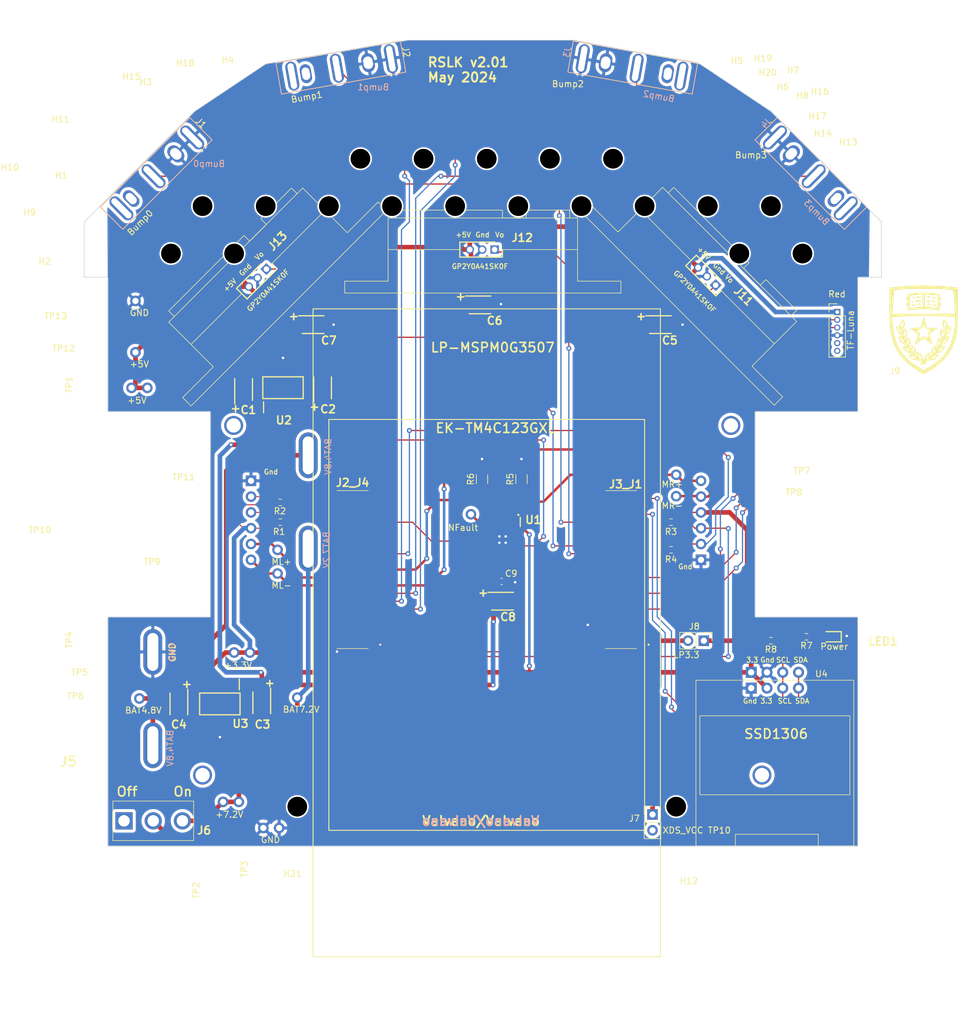
<source format=kicad_pcb>
(kicad_pcb (version 20221018) (generator pcbnew)
  (title_block (title "Robotics System Learning Kit") (date "2024-05-21") (rev "V2.0.1") (company "The University of Texas at Austin"))
  (layers (0 "F.Cu" signal) (31 "B.Cu" signal) (34 "B.Paste" user) (35 "F.Paste" user) (36 "B.SilkS" user "B.Silkscreen") (37 "F.SilkS" user "F.Silkscreen") (38 "B.Mask" user) (39 "F.Mask" user) (44 "Edge.Cuts" user))
  (net 0 "")
  (net 1 "GND")
  (net 2 "+3V3")
  (net 3 "PB9")
  (net 4 "PB15")
  (net 5 "PB8")
  (net 6 "PB7")
  (net 7 "PB6")
  (net 8 "PA13")
  (net 9 "PA25")
  (net 10 "PA8")
  (net 11 "PA26")
  (net 12 "PB24")
  (net 13 "PA27")
  (net 14 "PB2")
  (net 15 "PB3")
  (net 16 "PB12")
  (net 17 "PB17")
  (net 18 "PB0")
  (net 19 "PB16")
  (net 20 "PB19")
  (net 21 "PA22")
  (net 22 "PB18")
  (net 23 "PA18")
  (net 24 "PA24")
  (net 25 "PA17")
  (net 26 "PA16")
  (net 27 "PA15")
  (net 28 "PB4")
  (net 29 "PB1")
  (net 30 "PA28")
  (net 31 "PA31")
  (net 32 "PB20")
  (net 33 "PB13")
  (net 34 "PA10")
  (net 35 "PA11")
  (net 36 "PA12")
  (net 41 "+5V")
  (net 46 "BAT7.2V")
  (net 47 "MR+")
  (net 48 "BAT4.8V")
  (net 49 "+7.2V")
  (net 50 "MR-")
  (net 51 "ML-")
  (net 52 "ML+")
  (net 53 "/LP3_3")
  (net 54 "PA9")
  (net 55 "Net-(LED1-A)")
  (net 64 "Net-(U1-ISEN12)")
  (net 65 "Net-(U1-ISEN34)")
  (net 66 "Net-(TP11-A)")
  (footprint "RSLK2:APT1608CGCK" (layer "F.Cu") (at 164.655 120.015 180)
    (fp_text reference "LED1")
    (fp_text value "3.3V" hide)
  )
  (footprint "RSLK2:MountingHole_4_40" (layer "F.Cu") (at 160.02 58.42)
    (fp_text reference "H13")
    (fp_text value "~")
  )
  (footprint "RSLK2:Testpoint_1x1" (layer "F.Cu") (at 75.565 106.045)
    (fp_text reference "TP10")
    (fp_text value "ML+")
  )
  (footprint "LOGO" (layer "F.Cu") (at 180.34 71.12)
    (fp_text reference "G***" hide)
    (fp_text value "LOGO" hide)
  )
  (footprint "RSLK2:R_0603_1608Metric" (layer "F.Cu") (at 138.875 106.045)
    (fp_text reference "R4")
    (fp_text value "10k")
  )
  (footprint "RSLK2:D2F-01L30-D3_5pin" (layer "F.Cu") (at 87.63 28.194 -80)
    (fp_text reference "J2")
    (fp_text value "Bump1")
  )
  (footprint "RSLK2:MountingHole_4_40" (layer "F.Cu") (at 114.3 50.8)
    (fp_text reference "H5")
    (fp_text value "~")
  )
  (footprint "RSLK2:Testpoint_1x1" (layer "F.Cu") (at 78.74 129.794)
    (fp_text reference "TP5")
    (fp_text value "BAT7.2V")
  )
  (footprint "RSLK2:MountingHole_4_40" (layer "F.Cu") (at 68.58 58.42)
    (fp_text reference "H9")
    (fp_text value "~")
  )
  (footprint "RSLK2:CAPPM3528X210N" (layer "F.Cu") (at 73.025 130.63 -90)
    (fp_text reference "C3")
    (fp_text value "10uF" hide)
  )
  (footprint "RSLK2:MountingHole_4_40" (layer "F.Cu") (at 73.66 50.8)
    (fp_text reference "H1")
    (fp_text value "~")
  )
  (footprint "RSLK2:SHDR3W50P0X200_1X3_650X240X440P" (layer "F.Cu") (at 146.05 63.5 135)
    (fp_text reference "J11")
    (fp_text value "GP2Y0A41SK0F" hide)
  )
  (footprint "RSLK2:CAPPM3528X210N" (layer "F.Cu") (at 137.16 69.85)
    (fp_text reference "C5")
    (fp_text value "10uF" hide)
  )
  (footprint "RSLK2:Testpoint_1x02_P2.54mm" (layer "F.Cu") (at 66.797 146.558 90)
    (fp_text reference "TP2")
    (fp_text value "+7.2V")
  )
  (footprint "RSLK2:Testpoint_1x1" (layer "F.Cu") (at 106.68 100.33)
    (fp_text reference "TP11")
    (fp_text value "NFault")
  )
  (footprint "RSLK2:CAPPM3528X210N" (layer "F.Cu") (at 81.28 69.85)
    (fp_text reference "C7")
    (fp_text value "10uF" hide)
  )
  (footprint "RSLK2:MountingHole_4_40" (layer "F.Cu") (at 88.9 43.18)
    (fp_text reference "H15")
    (fp_text value "~")
  )
  (footprint "RSLK2:Testpoint_1x1" (layer "F.Cu") (at 139.7 97.428)
    (fp_text reference "TP8")
    (fp_text value "MR-")
  )
  (footprint "RSLK2:500SSP1S2M2QEA" (layer "F.Cu") (at 50.8635 149.606)
    (fp_text reference "J6")
    (fp_text value "500SSP1S2M2QEA" hide)
  )
  (footprint "RSLK2:R_0603_1608Metric" (layer "F.Cu") (at 138.875 101.6)
    (fp_text reference "R3")
    (fp_text value "10k")
  )
  (footprint "RSLK2:Testpoint_1x1" (layer "F.Cu") (at 52.705 66.04)
    (fp_text reference "TP13")
    (fp_text value "GND")
  )
  (footprint "RSLK2:Testpoint_1x1" (layer "F.Cu") (at 139.7 93.98)
    (fp_text reference "TP7")
    (fp_text value "MR+")
  )
  (footprint "RSLK2:MountingHole_4_40" (layer "F.Cu") (at 144.78 50.8)
    (fp_text reference "H8")
    (fp_text value "~")
  )
  (footprint "RSLK2:CAPPM3528X210N" (layer "F.Cu") (at 70.104 80.264 90)
    (fp_text reference "C1")
    (fp_text value "10uF" hide)
  )
  (footprint "RSLK2:C_0603_1608Metric" (layer "F.Cu") (at 111.62 111.125)
    (fp_text reference "C9")
    (fp_text value "0.1uF")
  )
  (footprint "RSLK2:MountingHole_4_40" (layer "F.Cu") (at 134.62 50.8)
    (fp_text reference "H7")
    (fp_text value "~")
  )
  (footprint "RSLK2:MountingHole_4_40" (layer "F.Cu") (at 83.82 50.8)
    (fp_text reference "H2")
    (fp_text value "~")
  )
  (footprint "RSLK2:MountingHole_4_40" (layer "F.Cu") (at 104.14 50.8)
    (fp_text reference "H4")
    (fp_text value "~")
  )
  (footprint "RSLK2:MountingHole_4_40" (layer "F.Cu") (at 119.38 43.18)
    (fp_text reference "H20")
    (fp_text value "~")
  )
  (footprint "RSLK2:SHDR3W50P0X200_1X3_650X240X440P" (layer "F.Cu") (at 73.768949 60.914872 -135)
    (fp_text reference "J13")
    (fp_text value "GP2Y0A41SK0F" hide)
  )
  (footprint "RSLK2:Testpoint_1x1" (layer "F.Cu") (at 52.705 74.295)
    (fp_text reference "TP12")
    (fp_text value "+5V")
  )
  (footprint "RSLK2:D2F-01L30-D3_5pin" (layer "F.Cu") (at 57.404 44.196 -45)
    (fp_text reference "J1")
    (fp_text value "Bump0")
  )
  (footprint "RSLK2:MountingHole_4_40" (layer "F.Cu") (at 124.46 50.8)
    (fp_text reference "H6")
    (fp_text value "~")
  )
  (footprint "RSLK2:LaunchPad" (layer "F.Cu") (at 87.645 109.22 90)
    (fp_text reference "J2_J4")
    (fp_text value "LaunchPad" hide)
  )
  (footprint "RSLK2:SOP65P640X120-17N" (layer "F.Cu") (at 111.76 104.495 -90)
    (fp_text reference "U1")
    (fp_text value "DRV8847PWPR" hide)
  )
  (footprint "RSLK2:CAPPM3528X210N" (layer "F.Cu") (at 59.69 130.81 -90)
    (fp_text reference "C4")
    (fp_text value "10uF" hide)
  )
  (footprint "RSLK2:MountingHole_4_40" (layer "F.Cu") (at 63.5 50.8)
    (fp_text reference "H11")
    (fp_text value "~")
  )
  (footprint "RSLK2:LaunchPad" (layer "F.Cu") (at 130.825 109.22 90)
    (fp_text reference "J3_J1")
    (fp_text value "LaunchPad" hide)
  )
  (footprint "RSLK2:R_0603_1608Metric" (layer "F.Cu") (at 160.655 120.015 180)
    (fp_text reference "R7")
    (fp_text value "750")
  )
  (footprint "RSLK2:CAPPM3528X210N" (layer "F.Cu") (at 111.76 114.3)
    (fp_text reference "C8")
    (fp_text value "10uF" hide)
  )
  (footprint "RSLK2:JST-GH_1x06_1.25mm" (layer "F.Cu") (at 165.608 67.818)
    (fp_text reference "J9")
    (fp_text value "TF-Luna")
  )
  (footprint "RSLK2:PinHeader_1x02_P2.54mm_Vertical" (layer "F.Cu") (at 144.145 120.65 -90)
    (fp_text reference "J8")
    (fp_text value "LP3.3")
  )
  (footprint "RSLK2:Testpoint_1x02_P2.54mm" (layer "F.Cu") (at 68.58 122.555 90)
    (fp_text reference "TP4")
    (fp_text value "+3.3V")
  )
  (footprint "RSLK2:MountingHole_4_40" (layer "F.Cu") (at 99.06 43.18)
    (fp_text reference "H18")
    (fp_text value "~")
  )
  (footprint "RSLK2:MountingHole_4_40" (layer "F.Cu") (at 58.42 58.42)
    (fp_text reference "H10")
    (fp_text value "~")
  )
  (footprint "RSLK2:PinHeader_1x02_P2.54mm_Vertical" (layer "F.Cu") (at 135.89 148.585)
    (fp_text reference "J7")
    (fp_text value "XDS_VCC TP10")
  )
  (footprint "RSLK2:RSLK_Chassis" (layer "F.Cu") (at 63.5 142.25)
    (fp_text reference "J5")
    (fp_text value "RSLK2")
  )
  (footprint "RSLK2:MountingHole_4_40" (layer "F.Cu") (at 149.86 58.42)
    (fp_text reference "H17")
    (fp_text value "~")
  )
  (footprint "RSLK2:R_0603_1608Metric" (layer "F.Cu") (at 154.94 120.65)
    (fp_text reference "R8")
    (fp_text value "1.5k")
  )
  (footprint "RSLK2:MountingHole_4_40" (layer "F.Cu") (at 129.54 43.18)
    (fp_text reference "H16")
    (fp_text value "~")
  )
  (footprint "RSLK2:SHDR3W50P0X200_1X3_650X240X440P" (layer "F.Cu") (at 110.49 57.785 180)
    (fp_text reference "J12")
    (fp_text value "GP2Y0A41SK0F" hide)
  )
  (footprint "RSLK2:MountingHole_4_40" (layer "F.Cu") (at 78.74 147.32)
    (fp_text reference "H21")
    (fp_text value "~")
  )
  (footprint "RSLK2:R_1206_3216Metric" (layer "F.Cu") (at 114.808 94.6805 90)
    (fp_text reference "R5")
    (fp_text value "0.1")
  )
  (footprint "RSLK2:SSD1306" (layer "F.Cu") (at 147.955 133.35)
    (fp_text reference "U4")
    (fp_text value "SSD1306")
  )
  (footprint "RSLK2:Testpoint_1x1" (layer "F.Cu") (at 75.565 109.855)
    (fp_text reference "TP9")
    (fp_text value "ML-")
  )
  (footprint "RSLK2:SOT230P700X180-4N" (layer "F.Cu") (at 76.44 79.985 90)
    (fp_text reference "U2")
    (fp_text value "LM2937IMP-5.0_NOPB" hide)
  )
  (footprint "RSLK2:R_0603_1608Metric" (layer "F.Cu") (at 76.01 101.6)
    (fp_text reference "R1")
    (fp_text value "10k")
  )
  (footprint "RSLK2:R_1206_3216Metric" (layer "F.Cu") (at 108.458 94.6805 90)
    (fp_text reference "R6")
    (fp_text value "0.1")
  )
  (footprint "RSLK2:CAPPM3528X210N" (layer "F.Cu") (at 108.13 66.675)
    (fp_text reference "C6")
    (fp_text value "10uF" hide)
  )
  (footprint "RSLK2:MountingHole_4_40" (layer "F.Cu") (at 139.7 147.32)
    (fp_text reference "H12")
    (fp_text value "~")
  )
  (footprint "RSLK2:CAPPM3528X210N" (layer "F.Cu") (at 82.804 80.01 90)
    (fp_text reference "C2")
    (fp_text value "10uF" hide)
  )
  (footprint "RSLK2:MountingHole_4_40" (layer "F.Cu") (at 93.98 50.8)
    (fp_text reference "H3")
    (fp_text value "~")
  )
  (footprint "RSLK2:Testpoint_1x1" (layer "F.Cu") (at 53.34 129.94)
    (fp_text reference "TP6")
    (fp_text value "BAT4.8V")
  )
  (footprint "RSLK2:MountingHole_4_40" (layer "F.Cu") (at 109.22 43.18)
    (fp_text reference "H19")
    (fp_text value "~")
  )
  (footprint "RSLK2:SOT230P700X180-4N" (layer "F.Cu") (at 66.28 130.81 -90)
    (fp_text reference "U3")
    (fp_text value "LM2937IMP-3.3_NOPB" hide)
  )
  (footprint "RSLK2:Testpoint_1x02_P2.54mm" (layer "F.Cu") (at 73.279 150.749 90)
    (fp_text reference "TP3")
    (fp_text value "GND")
  )
  (footprint "RSLK2:MountingHole_4_40" (layer "F.Cu") (at 154.94 50.8)
    (fp_text reference "H14")
    (fp_text value "~")
  )
  (footprint "RSLK2:R_0603_1608Metric" (layer "F.Cu") (at 76.01 98.425)
    (fp_text reference "R2")
    (fp_text value "10k")
  )
  (footprint "RSLK2:Testpoint_1x02_P2.54mm" (layer "F.Cu") (at 52.07 80.01 90)
    (fp_text reference "TP1")
    (fp_text value "+5V")
  )
  (footprint "RSLK2:D2F-01L30-D3_5pin" (layer "B.Cu") (at 160.02 44.196 -135)
    (fp_text reference "J4")
    (fp_text value "Bump3")
  )
  (footprint "RSLK2:D2F-01L30-D3_5pin" (layer "B.Cu") (at 130.8354 28.194 -100)
    (fp_text reference "J3")
    (fp_text value "Bump2")
  )
  (gr_rect (start 83.82 85.09) (end 134.62 151.13) (stroke (width 0.15)) (fill none) (layer "F.SilkS"))
  (gr_rect (start 81.28 67.31) (end 137.16 171.45) (stroke (width 0.15)) (fill none) (layer "F.SilkS"))
  (gr_poly (pts (xy 64.77 83.82) (xy 48.26 83.82) (xy 48.26 62.23) (xy 44.45 62.23) (xy 44.45 53.34) (xy 62.23 35.56) (xy 73.66 27.94) (xy 96.52 24.13) (xy 123.19 24.13) (xy 143.51 27.94) (xy 154.94 35.56) (xy 172.72 53.34) (xy 172.72 62.23) (xy 168.91 62.23) (xy 168.91 83.82) (xy 152.4 83.82) (xy 152.4 116.84) (xy 168.91 116.84) (xy 168.91 153.67) (xy 48.26 153.67) (xy 48.26 116.84) (xy 64.77 116.84)) (stroke (width 0.1)) (fill none) (layer "Edge.Cuts"))
  (gr_text "GND" (at 58.547 122.428 90) (layer "B.SilkS") (effects (font (size 1 1)) (justify mirror)))
  (gr_text "Bump0" (at 67.183 44.577) (layer "B.SilkS") (effects (font (size 1 1)) (justify left bottom mirror)))
  (gr_text "Valvano/Valvano" (at 117.856 150.495) (layer "B.SilkS") (effects (font (size 1.5 1.5) (thickness 0.3) bold) (justify left bottom mirror)))
  (gr_text "Bump1" (at 93.599 32.258) (layer "B.SilkS") (effects (font (size 1 1)) (justify left bottom mirror)))
  (gr_text "BAT4.8V" (at 83.693 91.059 90) (layer "B.SilkS") (effects (font (size 1 1)) (justify mirror)))
  (gr_text "BAT4.8V" (at 58.293 137.922 90) (layer "B.SilkS") (effects (font (size 1 1)) (justify mirror)))
  (gr_text "BAT7.2V" (at 83.439 106.045 90) (layer "B.SilkS") (effects (font (size 1 1)) (justify mirror)))
  (gr_text "Power" (at 162.814 122.174) (layer "F.SilkS") (effects (font (size 1 1)) (justify left bottom)))
  (gr_text "GP2Y0A41SK0F" (at 139.065 61.595 315) (layer "F.SilkS") (effects (font (size 0.8 0.8) (thickness 0.15) bold) (justify left bottom)))
  (gr_text "Off" (at 49.53 145.796) (layer "F.SilkS") (effects (font (size 1.524 1.524) (thickness 0.254) bold) (justify left bottom)))
  (gr_text "Bump3" (at 149.098 43.18) (layer "F.SilkS") (effects (font (size 1 1)) (justify left bottom)))
  (gr_text "SCL" (at 155.956 130.81) (layer "F.SilkS") (effects (font (size 0.8 0.8) (thickness 0.15) bold) (justify left bottom)))
  (gr_text "+5V" (at 104.14 55.88) (layer "F.SilkS") (effects (font (size 0.8 0.8) (thickness 0.15) bold) (justify left bottom)))
  (gr_text "Gnd" (at 73.279 93.98) (layer "F.SilkS") (effects (font (size 0.8 0.8) (thickness 0.15) bold) (justify left bottom)))
  (gr_text "SCL" (at 155.702 124.206) (layer "F.SilkS") (effects (font (size 0.8 0.8) (thickness 0.15) bold) (justify left bottom)))
  (gr_text "Gnd" (at 139.954 109.22) (layer "F.SilkS") (effects (font (size 0.8 0.8) (thickness 0.15) bold) (justify left bottom)))
  (gr_text "Gnd" (at 107.315 55.88) (layer "F.SilkS") (effects (font (size 0.8 0.8) (thickness 0.15) bold) (justify left bottom)))
  (gr_text "Red" (at 164.084 65.532) (layer "F.SilkS") (effects (font (size 1 1)) (justify left bottom)))
  (gr_text "Gnd" (at 145.415 60.325 -45) (layer "F.SilkS") (effects (font (size 0.8 0.8) (thickness 0.15) bold) (justify left bottom)))
  (gr_text "Gnd" (at 150.368 130.81) (layer "F.SilkS") (effects (font (size 0.8 0.8) (thickness 0.15) bold) (justify left bottom)))
  (gr_text "Gnd" (at 69.85 62.23 45) (layer "F.SilkS") (effects (font (size 0.8 0.8) (thickness 0.15) bold) (justify left bottom)))
  (gr_text "Valvano/Valvano" (at 98.679 150.495) (layer "F.SilkS") (effects (font (size 1.5 1.5) (thickness 0.3) bold) (justify left bottom)))
  (gr_text "GP2Y0A41SK0F" (at 71.12 67.945 45) (layer "F.SilkS") (effects (font (size 0.8 0.8) (thickness 0.15) bold) (justify left bottom)))
  (gr_text "Gnd" (at 153.162 124.206) (layer "F.SilkS") (effects (font (size 0.8 0.8) (thickness 0.15) bold) (justify left bottom)))
  (gr_text "RSLK v2.01\nMay 2024" (at 99.568 30.988) (layer "F.SilkS") (effects (font (size 1.5 1.5) (thickness 0.3) bold) (justify left bottom)))
  (gr_text "Vo" (at 110.49 55.88) (layer "F.SilkS") (effects (font (size 0.8 0.8) (thickness 0.15) bold) (justify left bottom)))
  (gr_text "SDA" (at 158.75 130.81) (layer "F.SilkS") (effects (font (size 0.8 0.8) (thickness 0.15) bold) (justify left bottom)))
  (gr_text "EK-TM4C123GXL" (at 100.838 87.376) (layer "F.SilkS") (effects (font (size 1.524 1.524) (thickness 0.254) bold) (justify left bottom)))
  (gr_text "GND" (at 58.674 122.555 90) (layer "F.SilkS") (effects (font (size 1 1))))
  (gr_text "3.3" (at 150.876 124.206) (layer "F.SilkS") (effects (font (size 0.8 0.8) (thickness 0.15) bold) (justify left bottom)))
  (gr_text "Bump2" (at 119.634 31.75) (layer "F.SilkS") (effects (font (size 1 1)) (justify left bottom)))
  (gr_text "GP2Y0A41SK0F" (at 103.505 60.96) (layer "F.SilkS") (effects (font (size 0.8 0.8) (thickness 0.15) bold) (justify left bottom)))
  (gr_text "On" (at 58.674 145.796) (layer "F.SilkS") (effects (font (size 1.524 1.524) (thickness 0.254) bold) (justify left bottom)))
  (gr_text "Vo" (at 147.32 62.23 -45) (layer "F.SilkS") (effects (font (size 0.8 0.8) (thickness 0.15) bold) (justify left bottom)))
  (gr_text "+5V" (at 67.31 64.77 45) (layer "F.SilkS") (effects (font (size 0.8 0.8) (thickness 0.15) bold) (justify left bottom)))
  (gr_text "Vo" (at 72.39 59.69 45) (layer "F.SilkS") (effects (font (size 0.8 0.8) (thickness 0.15) bold) (justify left bottom)))
  (gr_text "LP-MSPM0G3507" (at 100.076 74.422) (layer "F.SilkS") (effects (font (size 1.524 1.524) (thickness 0.254) bold) (justify left bottom)))
  (gr_text "SSD1306" (at 150.495 136.525) (layer "F.SilkS") (effects (font (size 1.524 1.524) (thickness 0.254) bold) (justify left bottom)))
  (gr_text "3.3" (at 153.162 130.81) (layer "F.SilkS") (effects (font (size 0.8 0.8) (thickness 0.15) bold) (justify left bottom)))
  (gr_text "SDA" (at 158.496 124.206) (layer "F.SilkS") (effects (font (size 0.8 0.8) (thickness 0.15) bold) (justify left bottom)))
  (gr_text "+5V" (at 142.875 57.785 -45) (layer "F.SilkS") (effects (font (size 0.8 0.8) (thickness 0.15) bold) (justify left bottom)))
  (segment (start 128.3 118.11) (end 125.476 118.11) (width 0.75) (layer "F.Cu") (net 1))
  (segment (start 59.69 132.26) (end 64.58 132.26) (width 0.75) (layer "F.Cu") (net 1))
  (segment (start 128.333988 27.752934) (end 127.447934 27.752934) (width 0.25) (layer "F.Cu") (net 1))
  (segment (start 138.61 69.85) (end 140.716 69.85) (width 0.75) (layer "F.Cu") (net 1))
  (segment (start 111.353 104.902) (end 111.76 104.495) (width 0.4) (layer "F.Cu") (net 1))
  (segment (start 112.085 104.82) (end 111.76 104.495) (width 0.4) (layer "F.Cu") (net 1))
  (segment (start 66.28 127.66) (end 66.28 133.96) (width 0.75) (layer "F.Cu") (net 1))
  (segment (start 70.104 78.814) (end 74.461 78.814) (width 0.75) (layer "F.Cu") (net 1))
  (segment (start 113.665 111.125) (end 113.792 111.252) (width 0.75) (layer "F.Cu") (net 1))
  (segment (start 76.44 76.835) (end 76.44 75.198) (width 0.75) (layer "F.Cu") (net 1))
  (segment (start 165.48 120.015) (end 167.005 120.015) (width 0.75) (layer "F.Cu") (net 1))
  (segment (start 78.165 78.56) (end 76.44 76.835) (width 0.75) (layer "F.Cu") (net 1))
  (segment (start 85.12 120.65) (end 85.12 122.398) (width 0.75) (layer "F.Cu") (net 1))
  (segment (start 64.58 132.26) (end 66.28 133.96) (width 0.75) (layer "F.Cu") (net 1))
  (segment (start 113.21 114.3) (end 113.21 111.834) (width 0.75) (layer "F.Cu") (net 1))
  (segment (start 66.28 133.96) (end 66.28 136.13) (width 0.75) (layer "F.Cu") (net 1))
  (segment (start 112.167 104.902) (end 111.76 104.495) (width 0.4) (layer "F.Cu") (net 1))
  (segment (start 111.252 104.902) (end 111.353 104.902) (width 0.4) (layer "F.Cu") (net 1))
  (segment (start 76.454 75.184) (end 76.44 75.198) (width 0.75) (layer "F.Cu") (net 1))
  (segment (start 110.785 107.433) (end 110.785 105.47) (width 0.4) (layer "F.Cu") (net 1))
  (segment (start 114.808 93.218) (end 114.808 91.44) (width 0.4) (layer "F.Cu") (net 1))
  (segment (start 82.73 69.85) (end 84.582 69.85) (width 0.75) (layer "F.Cu") (net 1))
  (segment (start 112.735 107.433) (end 112.735 105.47) (width 0.4) (layer "F.Cu") (net 1))
  (segment (start 66.28 136.13) (end 66.294 136.144) (width 0.75) (layer "F.Cu") (net 1))
  (segment (start 112.085 107.433) (end 112.085 104.82) (width 0.4) (layer "F.Cu") (net 1))
  (segment (start 109.58 66.675) (end 111.379 66.675) (width 0.75) (layer "F.Cu") (net 1))
  (segment (start 112.268 104.902) (end 112.167 104.902) (width 0.4) (layer "F.Cu") (net 1))
  (segment (start 112.735 105.47) (end 112.268 105.003) (width 0.4) (layer "F.Cu") (net 1))
  (segment (start 111.252 105.003) (end 111.252 104.902) (width 0.4) (layer "F.Cu") (net 1))
  (segment (start 76.44 83.135) (end 76.44 76.835) (width 0.75) (layer "F.Cu") (net 1))
  (segment (start 108.458 93.218) (end 108.458 91.44) (width 0.4) (layer "F.Cu") (net 1))
  (segment (start 74.461 78.814) (end 76.44 76.835) (width 0.75) (layer "F.Cu") (net 1))
  (segment (start 167.005 120.015) (end 167.132 119.888) (width 0.75) (layer "F.Cu") (net 1))
  (segment (start 82.804 78.56) (end 78.165 78.56) (width 0.75) (layer "F.Cu") (net 1))
  (segment (start 68.16 132.08) (end 66.28 133.96) (width 0.75) (layer "F.Cu") (net 1))
  (segment (start 113.21 111.834) (end 113.792 111.252) (width 0.75) (layer "F.Cu") (net 1))
  (segment (start 85.09 122.428) (end 85.12 122.398) (width 0.75) (layer "F.Cu") (net 1))
  (segment (start 111.379 66.675) (end 111.506 66.548) (width 0.75) (layer "F.Cu") (net 1))
  (segment (start 73.025 132.08) (end 68.16 132.08) (width 0.75) (layer "F.Cu") (net 1))
  (segment (start 110.785 105.47) (end 111.252 105.003) (width 0.4) (layer "F.Cu") (net 1))
  (segment (start 112.268 105.003) (end 112.268 104.902) (width 0.4) (layer "F.Cu") (net 1))
  (segment (start 112.395 111.125) (end 113.665 111.125) (width 0.75) (layer "F.Cu") (net 1))
  (via (at 112.268 103.886) (size 0.8) (drill 0.4) (layers "F.Cu" "B.Cu") (net 1))
  (via (at 114.808 91.44) (size 0.8) (drill 0.4) (layers "F.Cu" "B.Cu") (net 1))
  (via (at 84.582 69.85) (size 0.8) (drill 0.4) (layers "F.Cu" "B.Cu") (net 1))
  (via (at 76.44 75.198) (size 0.8) (drill 0.4) (layers "F.Cu" "B.Cu") (net 1))
  (via (at 140.716 69.85) (size 0.8) (drill 0.4) (layers "F.Cu" "B.Cu") (net 1))
  (via (at 113.792 111.252) (size 0.8) (drill 0.4) (layers "F.Cu" "B.Cu") (net 1))
  (via (at 167.132 119.888) (size 0.8) (drill 0.4) (layers "F.Cu" "B.Cu") (net 1))
  (via (at 111.252 103.886) (size 0.8) (drill 0.4) (layers "F.Cu" "B.Cu") (net 1))
  (via (at 111.252 104.902) (size 0.8) (drill 0.4) (layers "F.Cu" "B.Cu") (net 1))
  (via (at 125.476 118.11) (size 0.8) (drill 0.4) (layers "F.Cu" "B.Cu") (net 1))
  (via (at 112.268 104.902) (size 0.8) (drill 0.4) (layers "F.Cu" "B.Cu") (net 1))
  (via (at 111.506 66.548) (size 0.8) (drill 0.4) (layers "F.Cu" "B.Cu") (net 1))
  (via (at 66.294 136.144) (size 0.8) (drill 0.4) (layers "F.Cu" "B.Cu") (net 1))
  (via (at 85.12 122.398) (size 0.8) (drill 0.4) (layers "F.Cu" "B.Cu") (net 1))
  (via (at 108.458 91.44) (size 0.8) (drill 0.4) (layers "F.Cu" "B.Cu") (net 1))
  (segment (start 158.687 118.872) (end 159.83 120.015) (width 0.75) (layer "F.Cu") (net 2))
  (segment (start 70.104 98.806) (end 69.342 99.568) (width 0.15) (layer "F.Cu") (net 2))
  (segment (start 151.13 120.65) (end 151.13 122.682) (width 0.75) (layer "F.Cu") (net 2))
  (segment (start 148.255 100.03) (end 148.2725 100.0125) (width 0.75) (layer "F.Cu") (net 2))
  (segment (start 76.835 101.981) (end 76.2 102.616) (width 0.15) (layer "F.Cu") (net 2))
  (segment (start 67.183 122.555) (end 68.58 122.555) (width 0.75) (layer "F.Cu") (net 2))
  (segment (start 69.342 99.568) (end 69.342 101.854) (width 0.15) (layer "F.Cu") (net 2))
  (segment (start 151.13 102.87) (end 151.13 120.65) (width 0.75) (layer "F.Cu") (net 2))
  (segment (start 154.305 128.27) (end 151.765 125.73) (width 0.75) (layer "F.Cu") (net 2))
  (segment (start 116.078 124.714) (end 116.078 125.476) (width 0.4) (layer "F.Cu") (net 2))
  (segment (start 71.12 122.555) (end 68.58 122.555) (width 0.75) (layer "F.Cu") (net 2))
  (segment (start 154.115 119.443) (end 154.686 118.872) (width 0.75) (layer "F.Cu") (net 2))
  (segment (start 75.311 122.555) (end 78.486 125.73) (width 0.75) (layer "F.Cu") (net 2))
  (segment (start 78.486 125.73) (end 116.332 125.73) (width 0.75) (layer "F.Cu") (net 2))
  (segment (start 71.12 122.555) (end 75.311 122.555) (width 0.75) (layer "F.Cu") (net 2))
  (segment (start 73.914 99.568) (end 73.152 98.806) (width 0.15) (layer "F.Cu") (net 2))
  (segment (start 76.154 102.57) (end 71.2978 102.57) (width 0.15) (layer "F.Cu") (net 2))
  (segment (start 70.058 102.57) (end 71.2978 102.57) (width 0.15) (layer "F.Cu") (net 2))
  (segment (start 62.28 129.36) (end 63.98 127.66) (width 0.75) (layer "F.Cu") (net 2))
  (segment (start 69.342 101.854) (end 70.058 102.57) (width 0.15) (layer "F.Cu") (net 2))
  (segment (start 154.686 118.872) (end 158.687 118.872) (width 0.75) (layer "F.Cu") (net 2))
  (segment (start 76.2 102.616) (end 76.154 102.57) (width 0.15) (layer "F.Cu") (net 2))
  (segment (start 116.078 103.6) (end 114.035 101.557) (width 0.4) (layer "F.Cu") (net 2))
  (segment (start 151.765 123.317) (end 151.765 125.73) (width 0.75) (layer "F.Cu") (net 2))
  (segment (start 76.454 99.568) (end 73.914 99.568) (width 0.15) (layer "F.Cu") (net 2))
  (segment (start 138.05 100.71) (end 138.05 101.6) (width 0.2) (layer "F.Cu") (net 2))
  (segment (start 76.835 101.6) (end 76.835 101.981) (width 0.15) (layer "F.Cu") (net 2))
  (segment (start 76.835 99.187) (end 76.454 99.568) (width 0.15) (layer "F.Cu") (net 2))
  (segment (start 135.89 148.585) (end 135.89 125.984) (width 0.75) (layer "F.Cu") (net 2))
  (segment (start 116.078 125.476) (end 116.332 125.73) (width 0.4) (layer "F.Cu") (net 2))
  (segment (start 63.98 127.66) (end 63.98 125.758) (width 0.75) (layer "F.Cu") (net 2))
  (segment (start 138.73 100.03) (end 138.05 100.71) (width 0.2) (layer "F.Cu") (net 2))
  (segment (start 138.05 106.045) (end 138.05 101.6) (width 0.2) (layer "F.Cu") (net 2))
  (segment (start 154.115 120.65) (end 151.13 120.65) (width 0.75) (layer "F.Cu") (net 2))
  (segment (start 73.152 98.806) (end 70.104 98.806) (width 0.15) (layer "F.Cu") (net 2))
  (segment (start 144.145 120.65) (end 149.098 120.65) (width 0.75) (layer "F.Cu") (net 2))
  (segment (start 59.69 129.36) (end 62.28 129.36) (width 0.75) (layer "F.Cu") (net 2))
  (segment (start 154.115 120.65) (end 154.115 119.443) (width 0.75) (layer "F.Cu") (net 2))
  (segment (start 148.2725 100.0125) (end 151.13 102.87) (width 0.75) (layer "F.Cu") (net 2))
  (segment (start 76.835 98.425) (end 76.835 99.187) (width 0.15) (layer "F.Cu") (net 2))
  (segment (start 151.13 122.682) (end 151.765 123.317) (width 0.75) (layer "F.Cu") (net 2))
  (segment (start 149.098 120.65) (end 151.13 122.682) (width 0.75) (layer "F.Cu") (net 2))
  (segment (start 63.98 125.758) (end 67.183 122.555) (width 0.75) (layer "F.Cu") (net 2))
  (segment (start 135.89 125.984) (end 136.144 125.73) (width 0.75) (layer "F.Cu") (net 2))
  (segment (start 59.69 129.36) (end 59.69 129.032) (width 0.75) (layer "F.Cu") (net 2))
  (segment (start 143.6878 100.03) (end 138.73 100.03) (width 0.2) (layer "F.Cu") (net 2))
  (segment (start 143.5 100.03) (end 148.255 100.03) (width 0.75) (layer "F.Cu") (net 2))
  (segment (start 116.332 125.73) (end 136.144 125.73) (width 0.75) (layer "F.Cu") (net 2))
  (segment (start 136.144 125.73) (end 151.765 125.73) (width 0.75) (layer "F.Cu") (net 2))
  (via (at 116.078 103.6) (size 0.8) (drill 0.4) (layers "F.Cu" "B.Cu") (net 2))
  (via (at 116.078 124.714) (size 0.8) (drill 0.4) (layers "F.Cu" "B.Cu") (net 2))
  (segment (start 68.58 118.11) (end 71.12 120.65) (width 0.75) (layer "B.Cu") (net 2))
  (segment (start 71.12 120.65) (end 71.12 122.555) (width 0.75) (layer "B.Cu") (net 2))
  (segment (start 116.078 103.6) (end 116.078 124.714) (width 0.4) (layer "B.Cu") (net 2))
  (segment (start 71.5 102.57) (end 70.15 102.57) (width 0.75) (layer "B.Cu") (net 2))
  (segment (start 68.58 104.14) (end 68.58 118.11) (width 0.75) (layer "B.Cu") (net 2))
  (segment (start 70.15 102.57) (end 68.58 104.14) (width 0.75) (layer "B.Cu") (net 2))
  (segment (start 96.012 39.37) (end 88.9 32.258) (width 0.2) (layer "F.Cu") (net 4))
  (segment (start 88.9 32.258) (end 88.751522 32.258) (width 0.2) (layer "F.Cu") (net 4))
  (segment (start 88.751522 32.258) (end 85.128588 28.635066) (width 0.2) (layer "F.Cu") (net 4))
  (segment (start 85.598 114.3) (end 85.12 113.822) (width 0.2) (layer "F.Cu") (net 4))
  (segment (start 95.504 114.3) (end 85.598 114.3) (width 0.2) (layer "F.Cu") (net 4))
  (segment (start 96.012 45.974) (end 96.012 39.37) (width 0.2) (layer "F.Cu") (net 4))
  (segment (start 85.12 113.822) (end 85.12 113.03) (width 0.2) (layer "F.Cu") (net 4))
  (via (at 95.504 114.3) (size 0.8) (drill 0.4) (layers "F.Cu" "B.Cu") (net 4))
  (via (at 96.012 45.974) (size 0.8) (drill 0.4) (layers "F.Cu" "B.Cu") (net 4))
  (segment (start 96.774 53.34) (end 96.774 46.736) (width 0.2) (layer "B.Cu") (net 4))
  (segment (start 95.504 54.61) (end 95.504 114.3) (width 0.2) (layer "B.Cu") (net 4))
  (segment (start 96.774 46.736) (end 96.012 45.974) (width 0.2) (layer "B.Cu") (net 4))
  (segment (start 96.774 53.34) (end 95.504 54.61) (width 0.2) (layer "B.Cu") (net 4))
  (segment (start 73.868 100.03) (end 71.2978 100.03) (width 0.15) (layer "F.Cu") (net 5))
  (segment (start 75.692 100.33) (end 75.184 100.838) (width 0.15) (layer "F.Cu") (net 5))
  (segment (start 85.12 107.95) (end 83.312 107.95) (width 0.15) (layer "F.Cu") (net 5))
  (segment (start 75.185 101.347) (end 73.868 100.03) (width 0.15) (layer "F.Cu") (net 5))
  (segment (start 80.264 100.33) (end 75.692 100.33) (width 0.15) (layer "F.Cu") (net 5))
  (segment (start 75.184 100.838) (end 75.185 100.839) (width 0.15) (layer "F.Cu") (net 5))
  (segment (start 83.312 107.95) (end 82.804 107.442) (width 0.15) (layer "F.Cu") (net 5))
  (segment (start 86.36 107.95) (end 85.09 107.95) (width 0.25) (layer "F.Cu") (net 5))
  (segment (start 82.804 107.442) (end 82.804 102.87) (width 0.15) (layer "F.Cu") (net 5))
  (segment (start 75.185 100.839) (end 75.185 101.6) (width 0.15) (layer "F.Cu") (net 5))
  (segment (start 82.804 102.87) (end 80.264 100.33) (width 0.15) (layer "F.Cu") (net 5))
  (segment (start 75.185 101.6) (end 75.185 101.347) (width 0.15) (layer "F.Cu") (net 5))
  (segment (start 139.7 106.045) (end 141.351 106.045) (width 0.2) (layer "F.Cu") (net 6))
  (segment (start 141.351 106.045) (end 142.286 105.11) (width 0.2) (layer "F.Cu") (net 6))
  (segment (start 143.764 86.868) (end 148.082 91.186) (width 0.2) (layer "F.Cu") (net 6))
  (segment (start 96.52 106.68) (end 86.39 106.68) (width 0.2) (layer "F.Cu") (net 6))
  (segment (start 96.774 86.868) (end 143.764 86.868) (width 0.2) (layer "F.Cu") (net 6))
  (segment (start 142.286 105.11) (end 143.6878 105.11) (width 0.2) (layer "F.Cu") (net 6))
  (segment (start 86.39 106.68) (end 85.12 105.41) (width 0.2) (layer "F.Cu") (net 6))
  (via (at 148.082 91.186) (size 0.8) (drill 0.4) (layers "F.Cu" "B.Cu") (net 6))
  (via (at 96.774 86.868) (size 0.8) (drill 0.4) (layers "F.Cu" "B.Cu") (net 6))
  (via (at 96.52 106.68) (size 0.8) (drill 0.4) (layers "F.Cu" "B.Cu") (net 6))
  (segment (start 96.774 86.868) (end 96.774 106.426) (width 0.2) (layer "B.Cu") (net 6))
  (segment (start 148.082 97.536) (end 146.05 99.568) (width 0.2) (layer "B.Cu") (net 6))
  (segment (start 146.05 99.568) (end 146.05 103.632) (width 0.2) (layer "B.Cu") (net 6))
  (segment (start 146.05 103.632) (end 144.572 105.11) (width 0.2) (layer "B.Cu") (net 6))
  (segment (start 148.082 91.186) (end 148.082 97.536) (width 0.2) (layer "B.Cu") (net 6))
  (segment (start 144.572 105.11) (end 143.6878 105.11) (width 0.2) (layer "B.Cu") (net 6))
  (segment (start 96.774 106.426) (end 96.52 106.68) (width 0.2) (layer "B.Cu") (net 6))
  (segment (start 75.185 98.425) (end 74.041 98.425) (width 0.15) (layer "F.Cu") (net 7))
  (segment (start 73.106 97.49) (end 71.2978 97.49) (width 0.15) (layer "F.Cu") (net 7))
  (segment (start 75.692 96.774) (end 75.184 97.282) (width 0.15) (layer "F.Cu") (net 7))
  (segment (start 74.041 98.425) (end 73.106 97.49) (width 0.15) (layer "F.Cu") (net 7))
  (segment (start 75.184 97.282) (end 75.185 97.283) (width 0.15) (layer "F.Cu") (net 7))
  (segment (start 83.82 102.87) (end 82.042 101.092) (width 0.15) (layer "F.Cu") (net 7))
  (segment (start 82.042 101.092) (end 82.042 98.298) (width 0.15) (layer "F.Cu") (net 7))
  (segment (start 80.518 96.774) (end 75.692 96.774) (width 0.15) (layer "F.Cu") (net 7))
  (segment (start 82.042 98.298) (end 80.518 96.774) (width 0.15) (layer "F.Cu") (net 7))
  (segment (start 86.36 102.87) (end 85.09 102.87) (width 0.25) (layer "F.Cu") (net 7))
  (segment (start 75.185 97.283) (end 75.185 98.425) (width 0.15) (layer "F.Cu") (net 7))
  (segment (start 85.12 102.87) (end 83.82 102.87) (width 0.15) (layer "F.Cu") (net 7))
  (segment (start 160.782 82.042) (end 161.29 81.534) (width 0.2) (layer "F.Cu") (net 10))
  (segment (start 151.13 97.536) (end 151.13 83.058) (width 0.2) (layer "F.Cu") (net 10))
  (segment (start 142.748 113.03) (end 149.352 106.426) (width 0.2) (layer "F.Cu") (net 10))
  (segment (start 152.146 82.042) (end 160.782 82.042) (width 0.2) (layer "F.Cu") (net 10))
  (segment (start 133.35 113.03) (end 142.748 113.03) (width 0.2) (layer "F.Cu") (net 10))
  (segment (start 151.13 83.058) (end 152.146 82.042) (width 0.2) (layer "F.Cu") (net 10))
  (segment (start 149.352 99.314) (end 151.13 97.536) (width 0.2) (layer "F.Cu") (net 10))
  (segment (start 161.29 81.534) (end 161.29 71.12) (width 0.2) (layer "F.Cu") (net 10))
  (segment (start 163.342 69.068) (end 165.608 69.068) (width 0.2) (layer "F.Cu") (net 10))
  (segment (start 161.29 71.12) (end 163.342 69.068) (width 0.2) (layer "F.Cu") (net 10))
  (via (at 149.352 99.314) (size 0.8) (drill 0.4) (layers "F.Cu" "B.Cu") (net 10))
  (via (at 149.352 106.426) (size 0.8) (drill 0.4) (layers "F.Cu" "B.Cu") (net 10))
  (segment (start 149.352 106.426) (end 149.352 99.314) (width 0.2) (layer "B.Cu") (net 10))
  (segment (start 144.526 110.49) (end 146.812 108.204) (width 0.2) (layer "F.Cu") (net 11))
  (segment (start 133.35 110.49) (end 144.526 110.49) (width 0.2) (layer "F.Cu") (net 11))
  (segment (start 149.86 90.932) (end 145.034 86.106) (width 0.2) (layer "F.Cu") (net 11))
  (segment (start 145.034 64.516) (end 146.05 63.5) (width 0.2) (layer "F.Cu") (net 11))
  (segment (start 149.86 96.774) (end 149.86 90.932) (width 0.2) (layer "F.Cu") (net 11))
  (segment (start 146.812 108.204) (end 146.812 105.918) (width 0.2) (layer "F.Cu") (net 11))
  (segment (start 148.844 97.79) (end 149.86 96.774) (width 0.2) (layer "F.Cu") (net 11))
  (segment (start 145.034 86.106) (end 145.034 64.516) (width 0.2) (layer "F.Cu") (net 11))
  (via (at 148.844 97.79) (size 0.8) (drill 0.4) (layers "F.Cu" "B.Cu") (net 11))
  (via (at 146.812 105.918) (size 0.8) (drill 0.4) (layers "F.Cu" "B.Cu") (net 11))
  (segment (start 146.812 99.822) (end 148.844 97.79) (width 0.2) (layer "B.Cu") (net 11))
  (segment (start 146.812 105.918) (end 146.812 99.822) (width 0.2) (layer "B.Cu") (net 11))
  (segment (start 119.888 58.166) (end 110.871 58.166) (width 0.2) (layer "F.Cu") (net 12))
  (segment (start 122.428 60.706) (end 119.888 58.166) (width 0.2) (layer "F.Cu") (net 12))
  (segment (start 133.35 107.95) (end 132.08 106.68) (width 0.2) (layer "F.Cu") (net 12))
  (segment (start 110.871 58.166) (end 110.49 57.785) (width 0.2) (layer "F.Cu") (net 12))
  (segment (start 132.08 106.68) (end 122.428 106.68) (width 0.2) (layer "F.Cu") (net 12))
  (segment (start 122.428 73.66) (end 122.428 60.706) (width 0.2) (layer "F.Cu") (net 12))
  (via (at 122.428 73.66) (size 0.8) (drill 0.4) (layers "F.Cu" "B.Cu") (net 12))
  (via (at 122.428 106.68) (size 0.8) (drill 0.4) (layers "F.Cu" "B.Cu") (net 12))
  (segment (start 122.428 106.68) (end 122.428 73.66) (width 0.2) (layer "B.Cu") (net 12))
  (segment (start 133.35 102.87) (end 132.08 101.6) (width 0.2) (layer "F.Cu") (net 13))
  (segment (start 120.904 52.324) (end 120.904 48.514) (width 0.2) (layer "F.Cu") (net 13))
  (segment (start 120.904 48.514) (end 119.634 47.244) (width 0.2) (layer "F.Cu") (net 13))
  (segment (start 74.149949 45.992051) (end 55.607949 45.992051) (width 0.2) (layer "F.Cu") (net 13))
  (segment (start 74.168 45.974) (end 74.149949 45.992051) (width 0.2) (layer "F.Cu") (net 13))
  (segment (start 119.634 47.244) (end 75.438 47.244) (width 0.2) (layer "F.Cu") (net 13))
  (segment (start 75.438 47.244) (end 74.168 45.974) (width 0.2) (layer "F.Cu") (net 13))
  (segment (start 132.08 101.6) (end 121.158 101.6) (width 0.2) (layer "F.Cu") (net 13))
  (via (at 120.904 52.324) (size 0.8) (drill 0.4) (layers "F.Cu" "B.Cu") (net 13))
  (via (at 121.158 101.6) (size 0.8) (drill 0.4) (layers "F.Cu" "B.Cu") (net 13))
  (segment (start 120.904 52.324) (end 121.158 52.578) (width 0.2) (layer "B.Cu") (net 13))
  (segment (start 121.158 52.578) (end 121.158 101.6) (width 0.2) (layer "B.Cu") (net 13))
  (segment (start 156.845 129.667) (end 156.845 128.27) (width 0.2) (layer "F.Cu") (net 14))
  (segment (start 156.845 128.27) (end 156.845 125.73) (width 0.2) (layer "F.Cu") (net 14))
  (segment (start 140.462 131.318) (end 155.194 131.318) (width 0.2) (layer "F.Cu") (net 14))
  (segment (start 133.35 100.33) (end 135.89 100.33) (width 0.2) (layer "F.Cu") (net 14))
  (segment (start 156.845 121.285) (end 156.21 120.65) (width 0.2) (layer "F.Cu") (net 14))
  (segment (start 156.21 120.65) (end 155.765 120.65) (width 0.2) (layer "F.Cu") (net 14))
  (segment (start 155.194 131.318) (end 156.845 129.667) (width 0.2) (layer "F.Cu") (net 14))
  (segment (start 156.845 125.73) (end 156.845 121.285) (width 0.2) (layer "F.Cu") (net 14))
  (segment (start 137.922 128.778) (end 140.462 131.318) (width 0.2) (layer "F.Cu") (net 14))
  (via (at 135.89 100.33) (size 0.8) (drill 0.4) (layers "F.Cu" "B.Cu") (net 14))
  (via (at 137.922 128.778) (size 0.8) (drill 0.4) (layers "F.Cu" "B.Cu") (net 14))
  (segment (start 137.922 128.778) (end 137.922 119.38) (width 0.2) (layer "B.Cu") (net 14))
  (segment (start 135.89 117.348) (end 135.89 100.33) (width 0.2) (layer "B.Cu") (net 14))
  (segment (start 137.922 119.38) (end 135.89 117.348) (width 0.2) (layer "B.Cu") (net 14))
  (segment (start 138.938 131.572) (end 139.954 132.588) (width 0.2) (layer "F.Cu") (net 15))
  (segment (start 157.734 132.588) (end 159.385 130.937) (width 0.2) (layer "F.Cu") (net 15))
  (segment (start 159.385 128.27) (end 159.385 125.73) (width 0.2) (layer "F.Cu") (net 15))
  (segment (start 139.954 132.588) (end 157.734 132.588) (width 0.2) (layer "F.Cu") (net 15))
  (segment (start 159.385 130.937) (end 159.385 128.27) (width 0.2) (layer "F.Cu") (net 15))
  (segment (start 133.35 97.79) (end 136.652 97.79) (width 0.2) (layer "F.Cu") (net 15))
  (segment (start 138.938 131.318) (end 138.938 131.572) (width 0.2) (layer "F.Cu") (net 15))
  (via (at 136.652 97.79) (size 0.8) (drill 0.4) (layers "F.Cu" "B.Cu") (net 15))
  (via (at 138.938 131.318) (size 0.8) (drill 0.4) (layers "F.Cu" "B.Cu") (net 15))
  (segment (start 136.652 97.79) (end 136.652 116.84) (width 0.2) (layer "B.Cu") (net 15))
  (segment (start 136.652 116.84) (end 138.938 119.126) (width 0.2) (layer "B.Cu") (net 15))
  (segment (start 138.938 119.126) (end 138.938 131.318) (width 0.2) (layer "B.Cu") (net 15))
  (segment (start 82.296 122.428) (end 82.296 118.872) (width 0.2) (layer "F.Cu") (net 16))
  (segment (start 148.082 102.616) (end 148.036 102.57) (width 0.2) (layer "F.Cu") (net 16))
  (segment (start 83.058 123.19) (end 82.296 122.428) (width 0.2) (layer "F.Cu") (net 16))
  (segment (start 143.6878 102.57) (end 142.702 102.57) (width 0.2) (layer "F.Cu") (net 16))
  (segment (start 148.082 123.19) (end 83.058 123.19) (width 0.2) (layer "F.Cu") (net 16))
  (segment (start 141.732 101.6) (end 139.7 101.6) (width 0.2) (layer "F.Cu") (net 16))
  (segment (start 148.036 102.57) (end 143.6878 102.57) (width 0.2) (layer "F.Cu") (net 16))
  (segment (start 82.296 118.872) (end 83.058 118.11) (width 0.2) (layer "F.Cu") (net 16))
  (segment (start 142.702 102.57) (end 141.732 101.6) (width 0.2) (layer "F.Cu") (net 16))
  (segment (start 83.058 118.11) (end 85.12 118.11) (width 0.2) (layer "F.Cu") (net 16))
  (via (at 148.082 123.19) (size 0.8) (drill 0.4) (layers "F.Cu" "B.Cu") (net 16))
  (via (at 148.082 102.616) (size 0.8) (drill 0.4) (layers "F.Cu" "B.Cu") (net 16))
  (segment (start 148.082 123.19) (end 148.082 102.616) (width 0.2) (layer "B.Cu") (net 16))
  (segment (start 100.33 104.648) (end 97.282 101.6) (width 0.2) (layer "F.Cu") (net 18))
  (segment (start 109.22 104.648) (end 100.33 104.648) (width 0.2) (layer "F.Cu") (net 18))
  (segment (start 110.135 107.433) (end 110.135 105.563) (width 0.2) (layer "F.Cu") (net 18))
  (segment (start 110.135 105.563) (end 109.22 104.648) (width 0.2) (layer "F.Cu") (net 18))
  (segment (start 86.39 101.6) (end 85.12 100.33) (width 0.2) (layer "F.Cu") (net 18))
  (segment (start 97.282 101.6) (end 86.39 101.6) (width 0.2) (layer "F.Cu") (net 18))
  (segment (start 116.84 105.41) (end 118.364 103.886) (width 0.2) (layer "F.Cu") (net 19))
  (segment (start 85.09 89.662) (end 85.12 89.692) (width 0.2) (layer "F.Cu") (net 19))
  (segment (start 118.364 88.392) (end 86.36 88.392) (width 0.2) (layer "F.Cu") (net 19))
  (segment (start 86.36 88.392) (end 85.09 89.662) (width 0.2) (layer "F.Cu") (net 19))
  (segment (start 113.385 107.433) (end 113.385 106.325) (width 0.2) (layer "F.Cu") (net 19))
  (segment (start 113.385 106.325) (end 114.3 105.41) (width 0.2) (layer "F.Cu") (net 19))
  (segment (start 114.3 105.41) (end 116.84 105.41) (width 0.2) (layer "F.Cu") (net 19))
  (segment (start 85.12 89.692) (end 85.12 97.79) (width 0.2) (layer "F.Cu") (net 19))
  (via (at 118.364 88.392) (size 0.8) (drill 0.4) (layers "F.Cu" "B.Cu") (net 19))
  (via (at 118.364 103.886) (size 0.8) (drill 0.4) (layers "F.Cu" "B.Cu") (net 19))
  (segment (start 118.364 103.886) (end 118.364 88.392) (width 0.2) (layer "B.Cu") (net 19))
  (segment (start 117.348 81.534) (end 117.348 73.152) (width 0.2) (layer "F.Cu") (net 24))
  (segment (start 117.348 73.152) (end 116.078 71.882) (width 0.2) (layer "F.Cu") (net 24))
  (segment (start 88.9 62.992) (end 86.822872 60.914872) (width 0.2) (layer "F.Cu") (net 24))
  (segment (start 116.078 71.882) (end 92.202 71.882) (width 0.2) (layer "F.Cu") (net 24))
  (segment (start 119.888 84.074) (end 117.348 81.534) (width 0.2) (layer "F.Cu") (net 24))
  (segment (start 86.822872 60.914872) (end 73.768949 60.914872) (width 0.2) (layer "F.Cu") (net 24))
  (segment (start 128.3 105.41) (end 119.888 105.41) (width 0.2) (layer "F.Cu") (net 24))
  (segment (start 92.202 71.882) (end 88.9 68.58) (width 0.2) (layer "F.Cu") (net 24))
  (segment (start 88.9 68.58) (end 88.9 62.992) (width 0.2) (layer "F.Cu") (net 24))
  (via (at 119.888 84.074) (size 0.8) (drill 0.4) (layers "F.Cu" "B.Cu") (net 24))
  (via (at 119.888 105.41) (size 0.8) (drill 0.4) (layers "F.Cu" "B.Cu") (net 24))
  (segment (start 119.888 105.41) (end 119.888 84.074) (width 0.2) (layer "B.Cu") (net 24))
  (segment (start 109.485 107.433) (end 109.485 108.447) (width 0.2) (layer "F.Cu") (net 28))
  (segment (start 109.485 108.447) (end 108.712 109.22) (width 0.2) (layer "F.Cu") (net 28))
  (segment (start 105.41 119.634) (end 104.394 120.65) (width 0.2) (layer "F.Cu") (net 28))
  (segment (start 106.172 109.22) (end 105.41 109.982) (width 0.2) (layer "F.Cu") (net 28))
  (segment (start 105.41 109.982) (end 105.41 119.634) (width 0.2) (layer "F.Cu") (net 28))
  (segment (start 104.394 120.65) (end 90.17 120.65) (width 0.2) (layer "F.Cu") (net 28))
  (segment (start 108.712 109.22) (end 106.172 109.22) (width 0.2) (layer "F.Cu") (net 28))
  (segment (start 114.808 121.92) (end 114.3 122.428) (width 0.2) (layer "F.Cu") (net 29))
  (segment (start 114.3 122.428) (end 88.392 122.428) (width 0.2) (layer "F.Cu") (net 29))
  (segment (start 114.035 107.433) (end 114.035 109.209) (width 0.2) (layer "F.Cu") (net 29))
  (segment (start 88.392 122.428) (end 87.63 121.666) (width 0.2) (layer "F.Cu") (net 29))
  (segment (start 88.392 118.11) (end 90.17 118.11) (width 0.2) (layer "F.Cu") (net 29))
  (segment (start 114.035 109.209) (end 114.808 109.982) (width 0.2) (layer "F.Cu") (net 29))
  (segment (start 114.808 109.982) (end 114.808 121.92) (width 0.2) (layer "F.Cu") (net 29))
  (segment (start 87.63 121.666) (end 87.63 118.872) (width 0.2) (layer "F.Cu") (net 29))
  (segment (start 87.63 118.872) (end 88.392 118.11) (width 0.2) (layer "F.Cu") (net 29))
  (segment (start 107.95 35.052) (end 130.302 35.052) (width 0.2) (layer "F.Cu") (net 30))
  (segment (start 90.17 115.57) (end 98.552 115.57) (width 0.2) (layer "F.Cu") (net 30))
  (segment (start 133.336812 32.017188) (end 133.336812 28.635066) (width 0.2) (layer "F.Cu") (net 30))
  (segment (start 104.14 44.196) (end 104.14 38.862) (width 0.2) (layer "F.Cu") (net 30))
  (segment (start 104.14 38.862) (end 107.95 35.052) (width 0.2) (layer "F.Cu") (net 30))
  (segment (start 130.302 35.052) (end 133.336812 32.017188) (width 0.2) (layer "F.Cu") (net 30))
  (via (at 104.14 44.196) (size 0.8) (drill 0.4) (layers "F.Cu" "B.Cu") (net 30))
  (via (at 98.552 115.57) (size 0.8) (drill 0.4) (layers "F.Cu" "B.Cu") (net 30))
  (segment (start 104.14 45.974) (end 98.552 51.562) (width 0.2) (layer "B.Cu") (net 30))
  (segment (start 104.14 44.196) (end 104.14 45.974) (width 0.2) (layer "B.Cu") (net 30))
  (segment (start 98.552 51.562) (end 98.552 115.57) (width 0.2) (layer "B.Cu") (net 30))
  (segment (start 101.872051 45.992051) (end 161.816051 45.992051) (width 0.2) (layer "F.Cu") (net 31))
  (segment (start 90.17 113.03) (end 97.79 113.03) (width 0.2) (layer "F.Cu") (net 31))
  (segment (start 101.854 45.974) (end 101.872051 45.992051) (width 0.2) (layer "F.Cu") (net 31))
  (via (at 101.854 45.974) (size 0.8) (drill 0.4) (layers "F.Cu" "B.Cu") (net 31))
  (via (at 97.79 113.03) (size 0.8) (drill 0.4) (layers "F.Cu" "B.Cu") (net 31))
  (segment (start 101.346 45.974) (end 101.854 45.974) (width 0.2) (layer "B.Cu") (net 31))
  (segment (start 97.79 49.53) (end 101.346 45.974) (width 0.2) (layer "B.Cu") (net 31))
  (segment (start 97.79 113.03) (end 97.79 49.53) (width 0.2) (layer "B.Cu") (net 31))
  (segment (start 79.83 72.972) (end 79.83 69.85) (width 0.75) (layer "F.Cu") (net 41))
  (segment (start 86.36 74.168) (end 81.026 74.168) (width 0.75) (layer "F.Cu") (net 41))
  (segment (start 106.68 66.675) (end 106.68 57.975) (width 0.75) (layer "F.Cu") (net 41))
  (segment (start 135.71 69.85) (end 135.71 68.183146) (width 0.75) (layer "F.Cu") (net 41))
  (segment (start 82.804 81.46) (end 80.415 81.46) (width 0.75) (layer "F.Cu") (net 41))
  (segment (start 106.49 56.578) (end 108.966 54.102) (width 0.75) (layer "F.Cu") (net 41))
  (segment (start 52.705 74.295) (end 52.705 79.375) (width 0.75) (layer "F.Cu") (net 41))
  (segment (start 105.537 57.785) (end 106.49 57.785) (width 0.75) (layer "F.Cu") (net 41))
  (segment (start 105.156 57.404) (end 105.537 57.785) (width 0.75) (layer "F.Cu") (net 41))
  (segment (start 70.940522 63.743299) (end 69.85 62.652777) (width 0.75) (layer "F.Cu") (net 41))
  (segment (start 73.914 57.404) (end 105.156 57.404) (width 0.75) (layer "F.Cu") (net 41))
  (segment (start 86.18 81.46) (end 87.376 80.264) (width 0.75) (layer "F.Cu") (net 41))
  (segment (start 69.85 62.652777) (end 69.85 61.468) (width 0.75) (layer "F.Cu") (net 41))
  (segment (start 69.85 61.468) (end 73.914 57.404) (width 0.75) (layer "F.Cu") (net 41))
  (segment (start 52.705 79.375) (end 52.07 80.01) (width 0.75) (layer "F.Cu") (net 41))
  (segment (start 87.376 80.264) (end 87.376 75.184) (width 0.75) (layer "F.Cu") (net 41))
  (segment (start 80.415 81.46) (end 78.74 83.135) (width 0.75) (layer "F.Cu") (net 41))
  (segment (start 87.376 75.184) (end 86.36 74.168) (width 0.75) (layer "F.Cu") (net 41))
  (segment (start 106.49 57.785) (end 106.49 56.578) (width 0.75) (layer "F.Cu") (net 41))
  (segment (start 108.966 54.102) (end 136.652 54.102) (width 0.75) (layer "F.Cu") (net 41))
  (segment (start 70.940522 63.743299) (end 63.256701 63.743299) (width 0.75) (layer "F.Cu") (net 41))
  (segment (start 136.652 54.102) (end 143.221573 60.671573) (width 0.75) (layer "F.Cu") (net 41))
  (segment (start 54.61 80.01) (end 52.07 80.01) (width 0.75) (layer "F.Cu") (net 41))
  (segment (start 82.804 81.46) (end 86.18 81.46) (width 0.75) (layer "F.Cu") (net 41))
  (segment (start 81.026 74.168) (end 79.83 72.972) (width 0.75) (layer "F.Cu") (net 41))
  (segment (start 63.256701 63.743299) (end 52.705 74.295) (width 0.75) (layer "F.Cu") (net 41))
  (segment (start 135.71 68.183146) (end 143.221573 60.671573) (width 0.75) (layer "F.Cu") (net 41))
  (segment (start 79.83 69.85) (end 77.047223 69.85) (width 0.75) (layer "F.Cu") (net 41))
  (segment (start 106.68 57.975) (end 106.49 57.785) (width 0.75) (layer "F.Cu") (net 41))
  (segment (start 77.047223 69.85) (end 70.940522 63.743299) (width 0.75) (layer "F.Cu") (net 41))
  (segment (start 155.702 67.818) (end 165.608 67.818) (width 0.75) (layer "B.Cu") (net 41))
  (segment (start 143.221573 60.671573) (end 144.711146 59.182) (width 0.75) (layer "B.Cu") (net 41))
  (segment (start 147.066 59.182) (end 155.702 67.818) (width 0.75) (layer "B.Cu") (net 41))
  (segment (start 144.711146 59.182) (end 147.066 59.182) (width 0.75) (layer "B.Cu") (net 41))
  (segment (start 58.1035 152.146) (end 55.5635 149.606) (width 0.75) (layer "F.Cu") (net 46))
  (segment (start 78.74 129.794) (end 78.74 141.986) (width 0.75) (layer "F.Cu") (net 46))
  (segment (start 78.74 141.986) (end 68.58 152.146) (width 0.75) (layer "F.Cu") (net 46))
  (segment (start 68.58 152.146) (end 58.1035 152.146) (width 0.75) (layer "F.Cu") (net 46))
  (segment (start 80.5 105.85) (end 80.5 128.034) (width 0.75) (layer "B.Cu") (net 46))
  (segment (start 80.5 128.034) (end 78.74 129.794) (width 0.75) (layer "B.Cu") (net 46))
  (segment (start 118.364 98.298) (end 122.682 93.98) (width 0.4) (layer "F.Cu") (net 47))
  (segment (start 122.682 93.98) (end 139.7 93.98) (width 0.4) (layer "F.Cu") (net 47))
  (segment (start 143.6878 94.95) (end 140.67 94.95) (width 0.4) (layer "F.Cu") (net 47))
  (segment (start 113.385 99.975) (end 115.062 98.298) (width 0.4) (layer "F.Cu") (net 47))
  (segment (start 140.67 94.95) (end 139.7 93.98) (width 0.4) (layer "F.Cu") (net 47))
  (segment (start 115.062 98.298) (end 118.364 98.298) (width 0.4) (layer "F.Cu") (net 47))
  (segment (start 113.385 101.557) (end 113.385 99.975) (width 0.4) (layer "F.Cu") (net 47))
  (segment (start 69.805 90.85) (end 80.5 90.85) (width 0.75) (layer "F.Cu") (net 48))
  (segment (start 55.5 129.92) (end 67.31 118.11) (width 0.75) (layer "F.Cu") (net 48))
  (segment (start 55.48 129.94) (end 55.5 129.92) (width 0.75) (layer "F.Cu") (net 48))
  (segment (start 55.5 137.45) (end 55.5 129.92) (width 0.75) (layer "F.Cu") (net 48))
  (segment (start 67.31 93.345) (end 69.805 90.85) (width 0.75) (layer "F.Cu") (net 48))
  (segment (start 53.34 129.94) (end 55.48 129.94) (width 0.75) (layer "F.Cu") (net 48))
  (segment (start 67.31 118.11) (end 67.31 93.345) (width 0.75) (layer "F.Cu") (net 48))
  (segment (start 76.2 136.652) (end 76.2 130.302) (width 0.75) (layer "F.Cu") (net 49))
  (segment (start 75.078 129.18) (end 73.025 129.18) (width 0.75) (layer "F.Cu") (net 49))
  (segment (start 110.845 113.765) (end 110.31 114.3) (width 0.75) (layer "F.Cu") (net 49))
  (segment (start 70.1 129.18) (end 68.58 127.66) (width 0.75) (layer "F.Cu") (net 49))
  (segment (start 71.374 138.176) (end 74.676 138.176) (width 0.75) (layer "F.Cu") (net 49))
  (segment (start 74.676 138.176) (end 76.2 136.652) (width 0.75) (layer "F.Cu") (net 49))
  (segment (start 69.337 140.213) (end 71.374 138.176) (width 0.75) (layer "F.Cu") (net 49))
  (segment (start 75.438 127.762) (end 110.236 127.762) (width 0.75) (layer "F.Cu") (net 49))
  (segment (start 76.2 130.302) (end 75.078 129.18) (width 0.75) (layer "F.Cu") (net 49))
  (segment (start 60.2635 149.606) (end 63.749 149.606) (width 0.75) (layer "F.Cu") (net 49))
  (segment (start 74.02 129.18) (end 75.438 127.762) (width 0.75) (layer "F.Cu") (net 49))
  (segment (start 66.797 146.558) (end 69.337 146.558) (width 0.75) (layer "F.Cu") (net 49))
  (segment (start 69.337 146.558) (end 69.337 140.213) (width 0.75) (layer "F.Cu") (net 49))
  (segment (start 72.136 89.154) (end 74.14 87.15) (width 0.75) (layer "F.Cu") (net 49))
  (segment (start 111.435 107.433) (end 111.435 109.291) (width 0.45) (layer "F.Cu") (net 49))
  (segment (start 73.025 129.18) (end 73.025 125.857) (width 0.75) (layer "F.Cu") (net 49))
  (segment (start 63.749 149.606) (end 66.797 146.558) (width 0.75) (layer "F.Cu") (net 49))
  (segment (start 73.025 129.18) (end 74.02 129.18) (width 0.75) (layer "F.Cu") (net 49))
  (segment (start 110.31 117.602) (end 110.31 114.3) (width 0.75) (layer "F.Cu") (net 49))
  (segment (start 73.025 129.18) (end 70.1 129.18) (width 0.75) (layer "F.Cu") (net 49))
  (segment (start 72.719 81.714) (end 74.14 83.135) (width 0.75) (layer "F.Cu") (net 49))
  (segment (start 73.025 125.857) (end 72.898 125.73) (width 0.75) (layer "F.Cu") (net 49))
  (segment (start 111.435 109.291) (end 110.845 109.881) (width 0.75) (layer "F.Cu") (net 49))
  (segment (start 110.845 109.881) (end 110.845 111.125) (width 0.75) (layer "F.Cu") (net 49))
  (segment (start 70.104 81.714) (end 72.719 81.714) (width 0.75) (layer "F.Cu") (net 49))
  (segment (start 110.845 111.125) (end 110.845 113.765) (width 0.75) (layer "F.Cu") (net 49))
  (segment (start 68.072 89.154) (end 72.136 89.154) (width 0.75) (layer "F.Cu") (net 49))
  (segment (start 74.14 87.15) (end 74.14 83.135) (width 0.75) (layer "F.Cu") (net 49))
  (via (at 68.072 89.154) (size 0.8) (drill 0.4) (layers "F.Cu" "B.Cu") (net 49))
  (via (at 110.31 117.602) (size 0.8) (drill 0.4) (layers "F.Cu" "B.Cu") (net 49))
  (via (at 72.898 125.73) (size 0.8) (drill 0.4) (layers "F.Cu" "B.Cu") (net 49))
  (via (at 110.236 127.762) (size 0.8) (drill 0.4) (layers "F.Cu" "B.Cu") (net 49))
  (segment (start 72.898 125.73) (end 67.31 125.73) (width 0.75) (layer "B.Cu") (net 49))
  (segment (start 67.31 125.73) (end 66.294 124.714) (width 0.75) (layer "B.Cu") (net 49))
  (segment (start 66.294 90.932) (end 68.072 89.154) (width 0.75) (layer "B.Cu") (net 49))
  (segment (start 66.294 124.714) (end 66.294 90.932) (width 0.75) (layer "B.Cu") (net 49))
  (segment (start 110.236 117.676) (end 110.31 117.602) (width 0.75) (layer "B.Cu") (net 49))
  (segment (start 110.236 127.762) (end 110.236 117.676) (width 0.75) (layer "B.Cu") (net 49))
  (segment (start 143.256 89.916) (end 146.558 93.218) (width 0.4) (layer "F.Cu") (net 50))
  (segment (start 144.826 97.49) (end 143.6878 97.49) (width 0.4) (layer "F.Cu") (net 50))
  (segment (start 146.558 95.758) (end 144.826 97.49) (width 0.4) (layer "F.Cu") (net 50))
  (segment (start 143.6068 97.409) (end 143.6878 97.49) (width 0.4) (layer "F.Cu") (net 50))
  (segment (start 113.792 89.916) (end 143.256 89.916) (width 0.4) (layer "F.Cu") (net 50))
  (segment (start 139.7 97.155) (end 139.954 97.409) (width 0.4) (layer "F.Cu") (net 50))
  (segment (start 143.5 97.49) (end 144.445 97.49) (width 0.25) (layer "F.Cu") (net 50))
  (segment (start 112.085 91.623) (end 113.792 89.916) (width 0.4) (layer "F.Cu") (net 50))
  (segment (start 146.558 93.218) (end 146.558 95.758) (width 0.4) (layer "F.Cu") (net 50))
  (segment (start 139.954 97.409) (end 143.6068 97.409) (width 0.4) (layer "F.Cu") (net 50))
  (segment (start 112.085 101.557) (end 112.085 91.623) (width 0.4) (layer "F.Cu") (net 50))
  (segment (start 73.152 109.474) (end 73.533 109.855) (width 0.4) (layer "F.Cu") (net 51))
  (segment (start 111.435 101.557) (end 111.435 91.623) (width 0.4) (layer "F.Cu") (net 51))
  (segment (start 109.728 89.916) (end 103.632 89.916) (width 0.4) (layer "F.Cu") (net 51))
  (segment (start 99.822 111.76) (end 77.47 111.76) (width 0.4) (layer "F.Cu") (net 51))
  (segment (start 73.1218 109.474) (end 73.152 109.474) (width 0.4) (layer "F.Cu") (net 51))
  (segment (start 111.435 91.623) (end 109.728 89.916) (width 0.4) (layer "F.Cu") (net 51))
  (segment (start 77.47 111.76) (end 75.565 109.855) (width 0.4) (layer "F.Cu") (net 51))
  (segment (start 73.533 109.855) (end 75.565 109.855) (width 0.4) (layer "F.Cu") (net 51))
  (segment (start 102.362 91.186) (end 102.362 96.266) (width 0.4) (layer "F.Cu") (net 51))
  (segment (start 103.632 89.916) (end 102.362 91.186) (width 0.4) (layer "F.Cu") (net 51))
  (segment (start 71.2978 107.65) (end 73.1218 109.474) (width 0.4) (layer "F.Cu") (net 51))
  (segment (start 102.362 109.22) (end 99.822 111.76) (width 0.4) (layer "F.Cu") (net 51))
  (via (at 102.362 96.266) (size 0.8) (drill 0.4) (layers "F.Cu" "B.Cu") (net 51))
  (via (at 102.362 109.22) (size 0.8) (drill 0.4) (layers "F.Cu" "B.Cu") (net 51))
  (segment (start 102.362 109.22) (end 102.362 96.266) (width 0.4) (layer "B.Cu") (net 51))
  (segment (start 71.2978 105.11) (end 74.63 105.11) (width 0.4) (layer "F.Cu") (net 52))
  (segment (start 81.788 110.49) (end 78.486 110.49) (width 0.4) (layer "F.Cu") (net 52))
  (segment (start 83.058 109.22) (end 81.788 110.49) (width 0.4) (layer "F.Cu") (net 52))
  (segment (start 78.486 110.49) (end 77.724 109.728) (width 0.4) (layer "F.Cu") (net 52))
  (segment (start 74.63 105.11) (end 75.565 106.045) (width 0.4) (layer "F.Cu") (net 52))
  (segment (start 108.966 98.044) (end 101.346 98.044) (width 0.4) (layer "F.Cu") (net 52))
  (segment (start 110.135 101.557) (end 110.135 99.213) (width 0.4) (layer "F.Cu") (net 52))
  (segment (start 77.724 108.204) (end 75.565 106.045) (width 0.4) (layer "F.Cu") (net 52))
  (segment (start 77.724 109.728) (end 77.724 108.204) (width 0.4) (layer "F.Cu") (net 52))
  (segment (start 101.346 98.044) (end 99.568 99.822) (width 0.4) (layer "F.Cu") (net 52))
  (segment (start 110.135 99.213) (end 108.966 98.044) (width 0.4) (layer "F.Cu") (net 52))
  (segment (start 99.568 107.442) (end 97.79 109.22) (width 0.4) (layer "F.Cu") (net 52))
  (segment (start 97.79 109.22) (end 83.058 109.22) (width 0.4) (layer "F.Cu") (net 52))
  (via (at 99.568 99.822) (size 0.8) (drill 0.4) (layers "F.Cu" "B.Cu") (net 52))
  (via (at 99.568 107.442) (size 0.8) (drill 0.4) (layers "F.Cu" "B.Cu") (net 52))
  (segment (start 99.568 99.822) (end 99.568 107.442) (width 0.4) (layer "B.Cu") (net 52))
  (segment (start 133.35 120.65) (end 141.605 120.65) (width 0.75) (layer "F.Cu") (net 53))
  (segment (start 163.108 70.318) (end 165.608 70.318) (width 0.2) (layer "F.Cu") (net 54))
  (segment (start 161.036 82.804) (end 162.052 81.788) (width 0.2) (layer "F.Cu") (net 54))
  (segment (start 133.35 115.57) (end 142.748 115.57) (width 0.2) (layer "F.Cu") (net 54))
  (segment (start 152.654 82.804) (end 161.036 82.804) (width 0.2) (layer "F.Cu") (net 54))
  (segment (start 151.638 98.806) (end 151.638 83.82) (width 0.2) (layer "F.Cu") (net 54))
  (segment (start 162.052 71.374) (end 163.108 70.318) (width 0.2) (layer "F.Cu") (net 54))
  (segment (start 150.368 100.076) (end 151.638 98.806) (width 0.2) (layer "F.Cu") (net 54))
  (segment (start 142.748 115.57) (end 149.352 108.966) (width 0.2) (layer "F.Cu") (net 54))
  (segment (start 151.638 83.82) (end 152.654 82.804) (width 0.2) (layer "F.Cu") (net 54))
  (segment (start 162.052 81.788) (end 162.052 71.374) (width 0.2) (layer "F.Cu") (net 54))
  (via (at 150.368 100.076) (size 0.8) (drill 0.4) (layers "F.Cu" "B.Cu") (net 54))
  (via (at 149.352 108.966) (size 0.8) (drill 0.4) (layers "F.Cu" "B.Cu") (net 54))
  (segment (start 150.368 107.95) (end 150.368 100.076) (width 0.2) (layer "B.Cu") (net 54))
  (segment (start 149.352 108.966) (end 150.368 107.95) (width 0.2) (layer "B.Cu") (net 54))
  (segment (start 161.48 120.015) (end 163.83 120.015) (width 0.75) (layer "F.Cu") (net 55))
  (segment (start 112.735 101.557) (end 112.735 96.565) (width 0.4) (layer "F.Cu") (net 64))
  (segment (start 112.735 96.565) (end 113.157 96.143) (width 0.4) (layer "F.Cu") (net 64))
  (segment (start 113.157 96.143) (end 114.808 96.143) (width 0.4) (layer "F.Cu") (net 64))
  (segment (start 110.785 101.557) (end 110.785 97.2) (width 0.4) (layer "F.Cu") (net 65))
  (segment (start 109.728 96.143) (end 108.458 96.143) (width 0.4) (layer "F.Cu") (net 65))
  (segment (start 110.785 97.2) (end 109.728 96.143) (width 0.4) (layer "F.Cu") (net 65))
  (segment (start 107.907 101.557) (end 106.68 100.33) (width 0.4) (layer "F.Cu") (net 66))
  (segment (start 109.485 101.557) (end 107.907 101.557) (width 0.4) (layer "F.Cu") (net 66))
  (zone (net 1) (net_name "GND") (layer "B.Cu") (connect_pads (clearance 0.5)) (min_thickness 0.25) (fill yes (thermal_gap 0.5) (thermal_bridge_width 0.5))
    (polygon (pts (xy 48.006 22.606) (xy 171.196 22.606) (xy 169.545 154.305) (xy 48.26 153.67) (xy 48.26 62.865)))
  )
)
</source>
